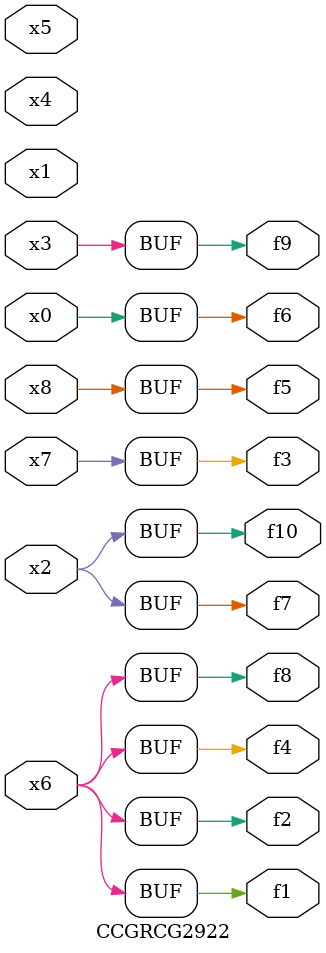
<source format=v>
module CCGRCG2922(
	input x0, x1, x2, x3, x4, x5, x6, x7, x8,
	output f1, f2, f3, f4, f5, f6, f7, f8, f9, f10
);
	assign f1 = x6;
	assign f2 = x6;
	assign f3 = x7;
	assign f4 = x6;
	assign f5 = x8;
	assign f6 = x0;
	assign f7 = x2;
	assign f8 = x6;
	assign f9 = x3;
	assign f10 = x2;
endmodule

</source>
